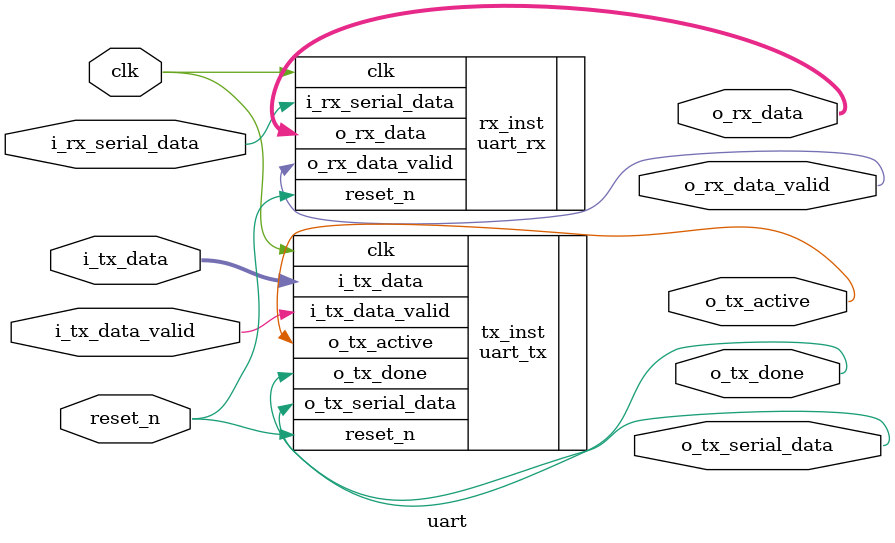
<source format=v>
`timescale 1ns / 1ps


module uart #(parameter CLKS_PER_BIT=100000000/230400)(
    input clk,
    input reset_n,
    input i_rx_serial_data,
    output o_rx_data_valid,
    output [7:0] o_rx_data,
   
    input i_tx_data_valid,
    input [7:0] i_tx_data,
    output o_tx_active,
    output o_tx_serial_data,
    output o_tx_done
    );
    uart_rx #(.CLKS_PER_BIT(CLKS_PER_BIT)) rx_inst
    (
        .clk(clk),
        .reset_n(reset_n),
        .i_rx_serial_data(i_rx_serial_data),
        .o_rx_data_valid(o_rx_data_valid),
        .o_rx_data(o_rx_data)
    );
    uart_tx #(.CLKS_PER_BIT(CLKS_PER_BIT)) tx_inst
    (
        .clk(clk),
        .reset_n(reset_n),
        .i_tx_data_valid(i_tx_data_valid),
        .i_tx_data(i_tx_data),
        .o_tx_active(o_tx_active),
        .o_tx_serial_data(o_tx_serial_data),
        .o_tx_done(o_tx_done)
        );
endmodule

</source>
